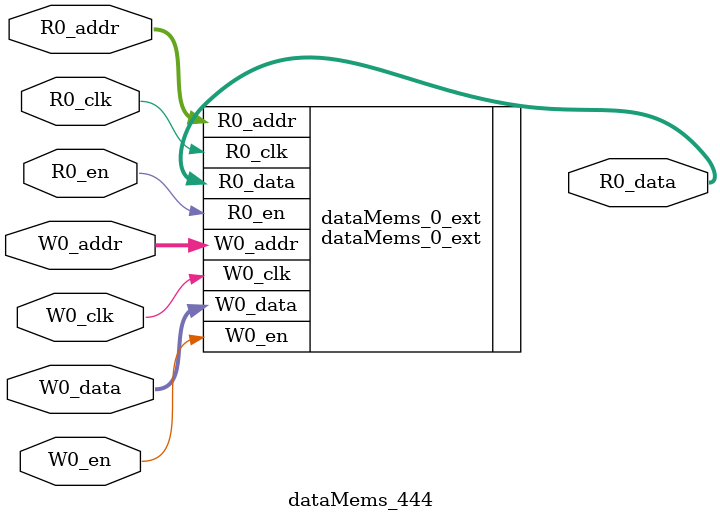
<source format=sv>
`ifndef RANDOMIZE
  `ifdef RANDOMIZE_REG_INIT
    `define RANDOMIZE
  `endif // RANDOMIZE_REG_INIT
`endif // not def RANDOMIZE
`ifndef RANDOMIZE
  `ifdef RANDOMIZE_MEM_INIT
    `define RANDOMIZE
  `endif // RANDOMIZE_MEM_INIT
`endif // not def RANDOMIZE

`ifndef RANDOM
  `define RANDOM $random
`endif // not def RANDOM

// Users can define 'PRINTF_COND' to add an extra gate to prints.
`ifndef PRINTF_COND_
  `ifdef PRINTF_COND
    `define PRINTF_COND_ (`PRINTF_COND)
  `else  // PRINTF_COND
    `define PRINTF_COND_ 1
  `endif // PRINTF_COND
`endif // not def PRINTF_COND_

// Users can define 'ASSERT_VERBOSE_COND' to add an extra gate to assert error printing.
`ifndef ASSERT_VERBOSE_COND_
  `ifdef ASSERT_VERBOSE_COND
    `define ASSERT_VERBOSE_COND_ (`ASSERT_VERBOSE_COND)
  `else  // ASSERT_VERBOSE_COND
    `define ASSERT_VERBOSE_COND_ 1
  `endif // ASSERT_VERBOSE_COND
`endif // not def ASSERT_VERBOSE_COND_

// Users can define 'STOP_COND' to add an extra gate to stop conditions.
`ifndef STOP_COND_
  `ifdef STOP_COND
    `define STOP_COND_ (`STOP_COND)
  `else  // STOP_COND
    `define STOP_COND_ 1
  `endif // STOP_COND
`endif // not def STOP_COND_

// Users can define INIT_RANDOM as general code that gets injected into the
// initializer block for modules with registers.
`ifndef INIT_RANDOM
  `define INIT_RANDOM
`endif // not def INIT_RANDOM

// If using random initialization, you can also define RANDOMIZE_DELAY to
// customize the delay used, otherwise 0.002 is used.
`ifndef RANDOMIZE_DELAY
  `define RANDOMIZE_DELAY 0.002
`endif // not def RANDOMIZE_DELAY

// Define INIT_RANDOM_PROLOG_ for use in our modules below.
`ifndef INIT_RANDOM_PROLOG_
  `ifdef RANDOMIZE
    `ifdef VERILATOR
      `define INIT_RANDOM_PROLOG_ `INIT_RANDOM
    `else  // VERILATOR
      `define INIT_RANDOM_PROLOG_ `INIT_RANDOM #`RANDOMIZE_DELAY begin end
    `endif // VERILATOR
  `else  // RANDOMIZE
    `define INIT_RANDOM_PROLOG_
  `endif // RANDOMIZE
`endif // not def INIT_RANDOM_PROLOG_

// Include register initializers in init blocks unless synthesis is set
`ifndef SYNTHESIS
  `ifndef ENABLE_INITIAL_REG_
    `define ENABLE_INITIAL_REG_
  `endif // not def ENABLE_INITIAL_REG_
`endif // not def SYNTHESIS

// Include rmemory initializers in init blocks unless synthesis is set
`ifndef SYNTHESIS
  `ifndef ENABLE_INITIAL_MEM_
    `define ENABLE_INITIAL_MEM_
  `endif // not def ENABLE_INITIAL_MEM_
`endif // not def SYNTHESIS

module dataMems_444(	// @[generators/ara/src/main/scala/UnsafeAXI4ToTL.scala:365:62]
  input  [4:0]  R0_addr,
  input         R0_en,
  input         R0_clk,
  output [66:0] R0_data,
  input  [4:0]  W0_addr,
  input         W0_en,
  input         W0_clk,
  input  [66:0] W0_data
);

  dataMems_0_ext dataMems_0_ext (	// @[generators/ara/src/main/scala/UnsafeAXI4ToTL.scala:365:62]
    .R0_addr (R0_addr),
    .R0_en   (R0_en),
    .R0_clk  (R0_clk),
    .R0_data (R0_data),
    .W0_addr (W0_addr),
    .W0_en   (W0_en),
    .W0_clk  (W0_clk),
    .W0_data (W0_data)
  );
endmodule


</source>
